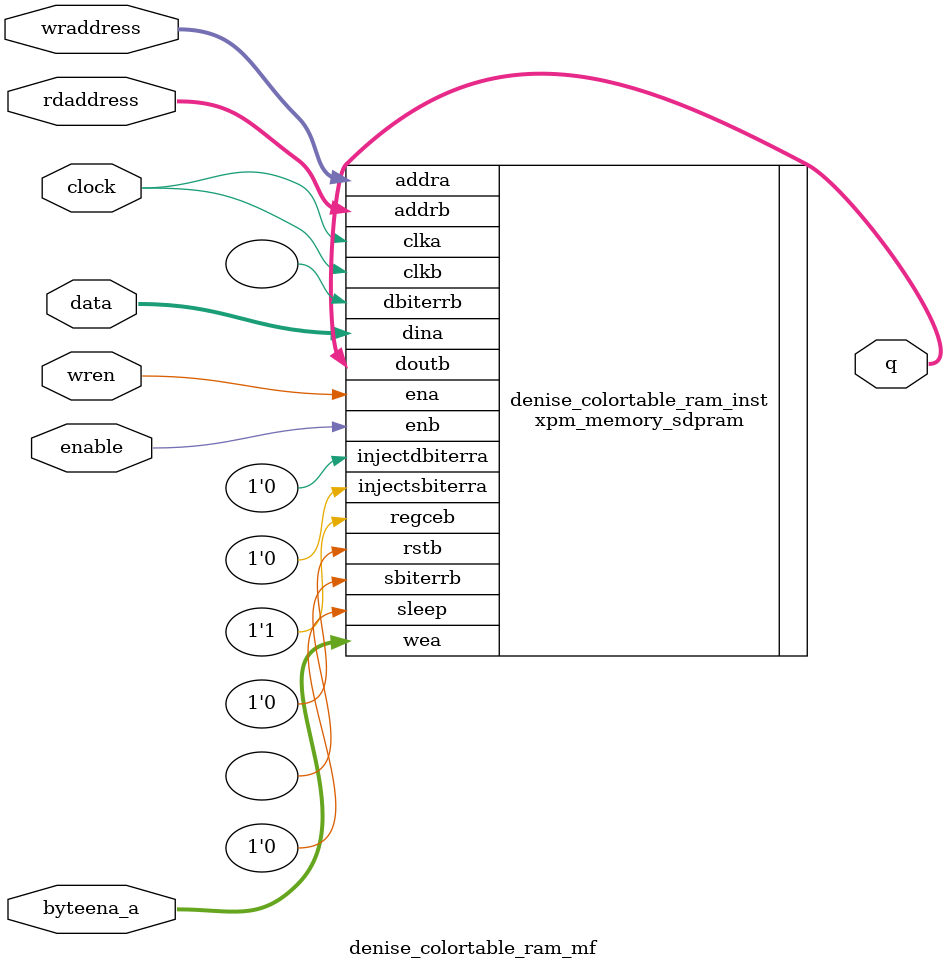
<source format=v>
module denise_colortable_ram_mf (
	byteena_a,
	clock,
	data,
	enable,
	rdaddress,
	wraddress,
	wren,
	q);

	input	[3:0]  byteena_a;
	input	       clock;
	input	[31:0] data;
	input	       enable;
	input	[7:0]  rdaddress;
	input	[7:0]  wraddress;
	input	       wren;
	output	[31:0] q;

	xpm_memory_sdpram #(
		.ADDR_WIDTH_A(8),               // DECIMAL
		.ADDR_WIDTH_B(8),               // DECIMAL
		.AUTO_SLEEP_TIME(0),            // DECIMAL
		.BYTE_WRITE_WIDTH_A(8),        // DECIMAL
		.CASCADE_HEIGHT(0),             // DECIMAL
		.CLOCKING_MODE("common_clock"), // String
		.ECC_MODE("no_ecc"),            // String
		.MEMORY_INIT_FILE("none"),      // String
		.MEMORY_INIT_PARAM("0"),        // String
		.MEMORY_OPTIMIZATION("true"),   // String
		.MEMORY_PRIMITIVE("auto"),      // String
		.MEMORY_SIZE(256),              // DECIMAL
		.MESSAGE_CONTROL(0),            // DECIMAL
		.READ_DATA_WIDTH_B(32),         // DECIMAL
		.READ_LATENCY_B(1),             // DECIMAL
		.READ_RESET_VALUE_B("0"),       // String
		.RST_MODE_A("SYNC"),            // String
		.RST_MODE_B("SYNC"),            // String
		.SIM_ASSERT_CHK(0),             // DECIMAL; 0=disable simulation messages, 1=enable simulation messages
		.USE_EMBEDDED_CONSTRAINT(0),    // DECIMAL
		.USE_MEM_INIT(1),               // DECIMAL
		.USE_MEM_INIT_MMI(0),           // DECIMAL
		.WAKEUP_TIME("disable_sleep"),  // String
		.WRITE_DATA_WIDTH_A(32),        // DECIMAL
		.WRITE_MODE_B("read_first"),     // String
		.WRITE_PROTECT(1)               // DECIMAL
	 ) denise_colortable_ram_inst (
		.dbiterrb(),                     // 1-bit output: Status signal to indicate double bit error occurrence
										 // on the data output of port B.
  
		.doutb(q),                       // READ_DATA_WIDTH_B-bit output: Data output for port B read operations.
		.sbiterrb(),                     // 1-bit output: Status signal to indicate single bit error occurrence
										 // on the data output of port B.
  
		.addra(wraddress),                   // ADDR_WIDTH_A-bit input: Address for port A write operations.
		.addrb(rdaddress),                   // ADDR_WIDTH_B-bit input: Address for port B read operations.
		.clka(clock),                     // 1-bit input: Clock signal for port A. Also clocks port B when
										 // parameter CLOCKING_MODE is "common_clock".
  
		.clkb(clock),                     // 1-bit input: Clock signal for port B when parameter CLOCKING_MODE is
										 // "independent_clock". Unused when parameter CLOCKING_MODE is
										 // "common_clock".
  
		.dina(data),                     // WRITE_DATA_WIDTH_A-bit input: Data input for port A write operations.
		.ena(wren),                       // 1-bit input: Memory enable signal for port A. Must be high on clock
										 // cycles when write operations are initiated. Pipelined internally.
  
		.enb(enable),                       // 1-bit input: Memory enable signal for port B. Must be high on clock
										 // cycles when read operations are initiated. Pipelined internally.
  
		.injectdbiterra(1'b0),           // 1-bit input: Controls double bit error injection on input data when
										 // ECC enabled (Error injection capability is not available in
										 // "decode_only" mode).
  
		.injectsbiterra(1'b0),           // 1-bit input: Controls single bit error injection on input data when
										 // ECC enabled (Error injection capability is not available in
										 // "decode_only" mode).
  
		.regceb(1'b1),                 // 1-bit input: Clock Enable for the last register stage on the output
										 // data path.
  
		.rstb(1'b0),                     // 1-bit input: Reset signal for the final port B output register stage.
										 // Synchronously resets output port doutb to the value specified by
										 // parameter READ_RESET_VALUE_B.
  
		.sleep(1'b0),                   // 1-bit input: sleep signal to enable the dynamic power saving feature.
		.wea(byteena_a)                        // WRITE_DATA_WIDTH_A/BYTE_WRITE_WIDTH_A-bit input: Write enable vector
										 // for port A input data port dina. 1 bit wide when word-wide writes are
										 // used. In byte-wide write configurations, each bit controls the
										 // writing one byte of dina to address addra. For example, to
										 // synchronously write only bits [15-8] of dina when WRITE_DATA_WIDTH_A
										 // is 32, wea would be 4'b0010.
  
	 );

endmodule


</source>
